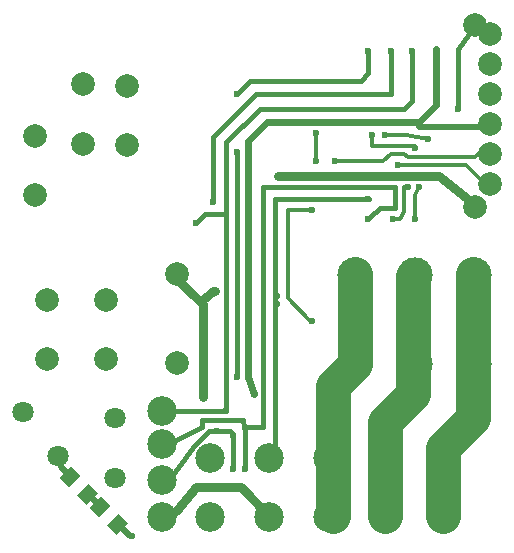
<source format=gbr>
%FSLAX32Y32*%
%MOMM*%
%LNKUPFERSEITE1*%
G71*
G01*
%ADD10C, 2.00*%
%ADD11C, 3.00*%
%ADD12C, 2.50*%
%ADD13C, 3.00*%
%ADD14C, 0.60*%
%ADD15C, 0.80*%
%ADD16C, 0.40*%
%ADD17C, 2.00*%
%ADD18C, 2.00*%
%ADD19C, 0.60*%
%ADD20C, 1.80*%
%ADD21C, 0.30*%
%ADD22C, 0.50*%
%LPD*%
X5409Y6454D02*
G54D10*
D03*
X5409Y5701D02*
G54D10*
D03*
X6922Y5698D02*
G54D11*
D03*
X6922Y6451D02*
G54D11*
D03*
X7424Y5698D02*
G54D11*
D03*
X7424Y6451D02*
G54D11*
D03*
X7926Y5698D02*
G54D11*
D03*
X7926Y6451D02*
G54D11*
D03*
X5691Y4396D02*
G54D12*
D03*
X5691Y4896D02*
G54D12*
D03*
X6191Y4396D02*
G54D12*
D03*
X6191Y4896D02*
G54D12*
D03*
X6691Y4396D02*
G54D12*
D03*
X6691Y4896D02*
G54D12*
D03*
X7191Y4396D02*
G54D12*
D03*
X7191Y4896D02*
G54D12*
D03*
X7691Y4396D02*
G54D12*
D03*
X7691Y4896D02*
G54D12*
D03*
G54D13*
X7668Y4412D02*
X7668Y4984D01*
X7922Y5238D01*
X7922Y6460D01*
G54D13*
X7414Y6444D02*
X7414Y5444D01*
X7176Y5206D01*
X7176Y4412D01*
G54D13*
X6922Y6460D02*
X6922Y5698D01*
X6731Y5507D01*
X6731Y4412D01*
X5286Y5301D02*
G54D12*
D03*
X5286Y5015D02*
G54D12*
D03*
X5286Y4396D02*
G54D12*
D03*
X5636Y5412D02*
G54D14*
D03*
X5636Y5492D02*
G54D14*
D03*
G54D15*
X5636Y5412D02*
X5636Y6206D01*
X5382Y6444D01*
G54D15*
X5334Y4412D02*
X5413Y4460D01*
X5572Y4650D01*
X5953Y4650D01*
X6175Y4428D01*
G54D16*
X5334Y5015D02*
X5620Y5158D01*
X5622Y5222D01*
X5973Y5222D01*
X5977Y5158D01*
X6144Y5158D01*
X6144Y6634D01*
G54D16*
X5334Y5301D02*
X5445Y5301D01*
X5620Y5301D01*
X5826Y5301D01*
X5826Y6619D01*
X4985Y8047D02*
G54D17*
D03*
X4985Y7547D02*
G54D17*
D03*
X7931Y8568D02*
G54D17*
D03*
X7931Y7028D02*
G54D17*
D03*
X4811Y6238D02*
G54D18*
D03*
X4811Y5738D02*
G54D18*
D03*
X4311Y6238D02*
G54D18*
D03*
X4311Y5738D02*
G54D18*
D03*
G54D15*
X7966Y7018D02*
X7633Y7290D01*
X6266Y7290D01*
X6271Y7285D02*
G54D14*
D03*
X6350Y7285D02*
G54D14*
D03*
X5731Y6317D02*
G54D14*
D03*
G54D15*
X5731Y6317D02*
X5715Y6317D01*
X5652Y6254D01*
G54D19*
X6017Y5904D02*
X6017Y6777D01*
X6017Y5888D02*
G54D14*
D03*
X6017Y6746D02*
G54D14*
D03*
X5826Y5301D02*
G54D14*
D03*
X5985Y5158D02*
G54D14*
D03*
G54D19*
X6017Y5888D02*
X6017Y5587D01*
X6064Y5444D01*
X6064Y5444D02*
G54D14*
D03*
G54D16*
X6239Y4936D02*
X6239Y7095D01*
X7041Y7095D01*
G54D19*
X6017Y6762D02*
X6017Y7000D01*
X6017Y7142D01*
X6017Y7587D01*
X6175Y7746D01*
X7461Y7746D01*
X7604Y7889D01*
X7604Y8365D01*
G54D16*
X5826Y6619D02*
X5826Y7000D01*
X5826Y7571D01*
X6112Y7857D01*
X7334Y7857D01*
X7398Y7920D01*
X7398Y8349D01*
X7398Y8349D02*
G54D14*
D03*
G54D16*
X6144Y6634D02*
X6144Y7190D01*
X8064Y8492D02*
G54D17*
D03*
X8064Y8238D02*
G54D17*
D03*
X8064Y7984D02*
G54D17*
D03*
X8064Y7730D02*
G54D17*
D03*
G54D16*
X5826Y6968D02*
X5652Y6968D01*
X5572Y6888D01*
X5572Y6888D02*
G54D14*
D03*
X7795Y7857D02*
G54D14*
D03*
G54D16*
X7795Y7861D02*
X7795Y8254D01*
X7795Y8365D01*
X7906Y8524D01*
X4620Y8063D02*
G54D17*
D03*
X4620Y7555D02*
G54D17*
D03*
X4207Y7127D02*
G54D18*
D03*
X4207Y7627D02*
G54D18*
D03*
G54D16*
X6144Y7190D02*
X7255Y7190D01*
X7255Y7016D01*
X7128Y7016D01*
X7048Y6936D01*
X7033Y7095D02*
G54D14*
D03*
X7033Y6920D02*
G54D14*
D03*
X5715Y7063D02*
G54D14*
D03*
G54D16*
X5715Y7063D02*
X5715Y7619D01*
X6080Y7984D01*
X7223Y7984D01*
X7223Y8349D01*
X7223Y8349D02*
G54D14*
D03*
X5985Y4809D02*
G54D14*
D03*
X5286Y4714D02*
G54D12*
D03*
X5890Y4809D02*
G54D14*
D03*
X5890Y5095D02*
G54D14*
D03*
G54D16*
X5985Y5158D02*
X5985Y4809D01*
G54D16*
X5890Y4809D02*
X5890Y5095D01*
G54D16*
X5366Y4745D02*
X5413Y4809D01*
X5556Y4999D01*
X5556Y4999D01*
X5683Y5126D01*
X5858Y5126D01*
X5890Y5095D01*
X5921Y5587D02*
G54D14*
D03*
X5747Y5126D02*
G54D14*
D03*
G54D16*
X5921Y5587D02*
X5921Y7492D01*
G54D16*
X5921Y7984D02*
X6032Y8095D01*
X6969Y8095D01*
X7033Y8158D01*
X7033Y8349D01*
X7033Y8349D02*
G54D14*
D03*
X5921Y7492D02*
G54D14*
D03*
X5921Y7984D02*
G54D14*
D03*
X4402Y4915D02*
G54D20*
D03*
X4107Y5290D02*
G54D20*
D03*
X4890Y4729D02*
G54D20*
D03*
X4890Y5237D02*
G54D20*
D03*
G36*
X4518Y4828D02*
X4595Y4750D01*
X4496Y4651D01*
X4419Y4729D01*
X4518Y4828D01*
G37*
G36*
X4663Y4682D02*
X4741Y4604D01*
X4642Y4505D01*
X4564Y4583D01*
X4663Y4682D01*
G37*
X6556Y6063D02*
G54D14*
D03*
G54D21*
X6556Y6063D02*
X6540Y6063D01*
X6350Y6254D01*
X6350Y7000D01*
X6556Y7000D01*
X7430Y6920D02*
G54D14*
D03*
X7604Y8349D02*
G54D14*
D03*
X7239Y6920D02*
G54D14*
D03*
G54D21*
X7239Y6920D02*
X7302Y6920D01*
X7334Y6984D01*
X7334Y7190D01*
X7366Y7190D01*
G54D21*
X7430Y6920D02*
X7430Y7127D01*
X7461Y7190D01*
X7366Y7190D02*
G54D14*
D03*
X7461Y7190D02*
G54D14*
D03*
X7430Y7524D02*
G54D14*
D03*
X7541Y7603D02*
G54D14*
D03*
X7064Y7635D02*
G54D14*
D03*
X7176Y7635D02*
G54D14*
D03*
G54D21*
X7176Y7635D02*
X7350Y7635D01*
X7541Y7603D01*
G54D21*
X7064Y7635D02*
X7064Y7539D01*
X7318Y7539D01*
X7430Y7539D01*
G54D22*
X7461Y7746D02*
X7461Y7698D01*
X7684Y7698D01*
X8033Y7698D01*
X6255Y6206D02*
G54D14*
D03*
X6255Y6269D02*
G54D14*
D03*
G36*
X4772Y4574D02*
X4849Y4496D01*
X4750Y4397D01*
X4673Y4475D01*
X4772Y4574D01*
G37*
G36*
X4917Y4428D02*
X4995Y4350D01*
X4896Y4251D01*
X4818Y4329D01*
X4917Y4428D01*
G37*
G54D22*
X4651Y4587D02*
X4667Y4587D01*
X4762Y4491D01*
G54D22*
X5032Y4237D02*
X5016Y4237D01*
X4937Y4317D01*
X5032Y4237D02*
G54D14*
D03*
G54D22*
X4429Y4872D02*
X4429Y4825D01*
X4493Y4761D01*
X6556Y7000D02*
G54D14*
D03*
X6588Y7412D02*
G54D14*
D03*
X6588Y7650D02*
G54D14*
D03*
G54D21*
X6588Y7412D02*
X6588Y7650D01*
X8064Y7222D02*
G54D17*
D03*
X8064Y7476D02*
G54D17*
D03*
X6747Y7412D02*
G54D14*
D03*
X7287Y7381D02*
G54D14*
D03*
G54D21*
X6747Y7412D02*
X7160Y7412D01*
X7223Y7476D01*
X7334Y7476D01*
X7366Y7444D01*
X7938Y7444D01*
X8017Y7524D01*
G54D21*
X7287Y7381D02*
X7858Y7381D01*
X8017Y7222D01*
M02*

</source>
